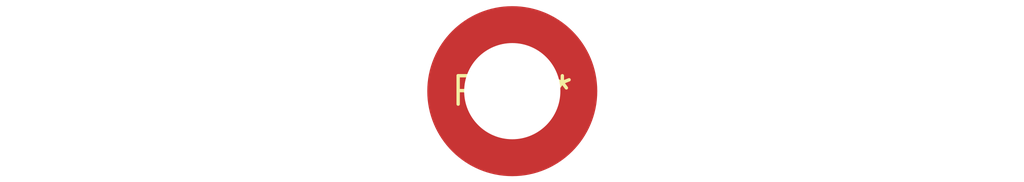
<source format=kicad_pcb>
(kicad_pcb (version 20240108) (generator pcbnew)
  (layers (0 "F.Cu" signal) (31 "B.Cu" signal) (34 "B.Paste" user) (35 "F.Paste" user) (36 "B.SilkS" user "B.Silkscreen") (37 "F.SilkS" user "F.Silkscreen") (38 "B.Mask" user) (39 "F.Mask" user) (44 "Edge.Cuts" user))
  (net 0 "")
  (footprint "MountingHole_4.3mm_M4_ISO7380_Pad_TopOnly" (layer "F.Cu") (at 0 0)
    (property "Reference" "REF**")
    (property "Value" "MountingHole_4.3mm_M4_ISO7380_Pad_TopOnly")
    (pad "1" thru_hole circle (at 0 0) (size 4.7 4.7) (drill 4.3) (layers *.Cu *.Mask) (remove_unused_layers))
    (pad "1" connect circle (at 0 0) (size 7.6 7.6) (layers "F.Cu" "F.Mask"))
  )
)
</source>
